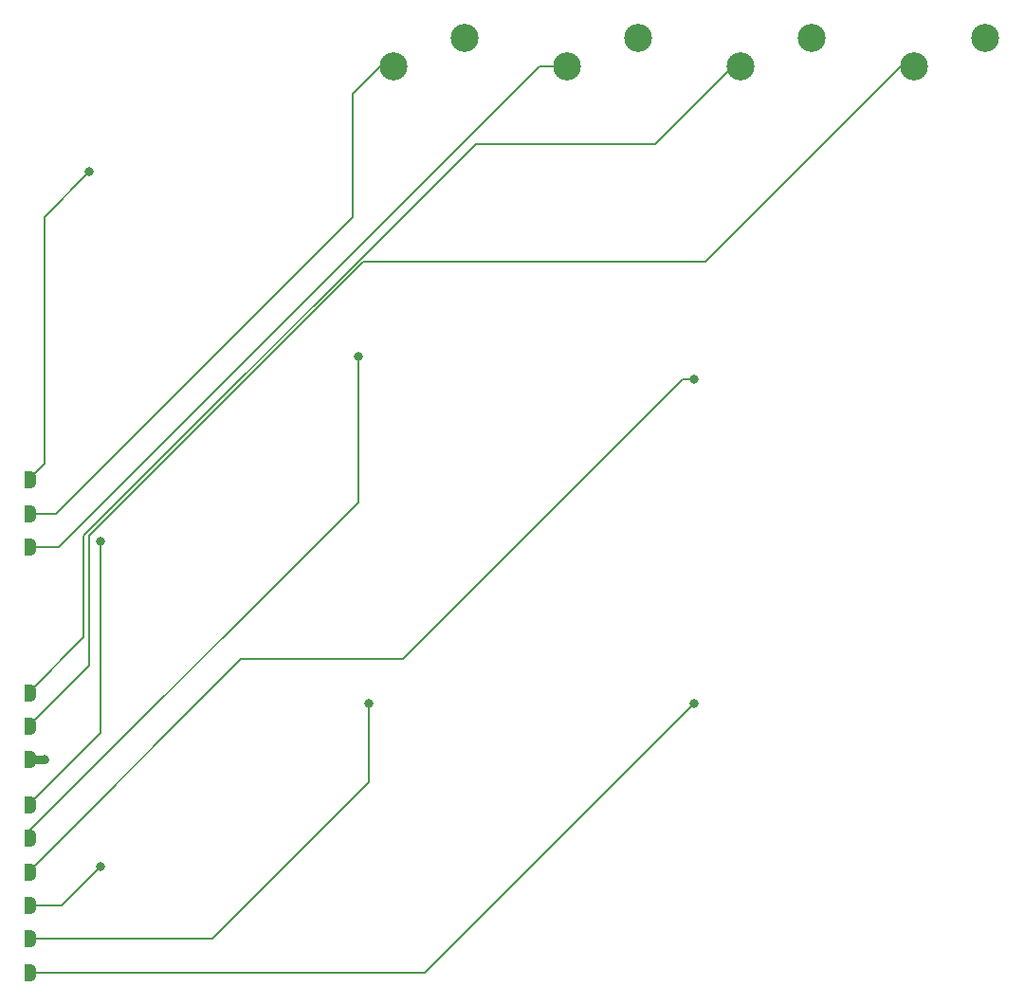
<source format=gbr>
%TF.GenerationSoftware,KiCad,Pcbnew,8.0.4*%
%TF.CreationDate,2024-07-29T15:22:08-07:00*%
%TF.ProjectId,3board_b,33626f61-7264-45f6-922e-6b696361645f,rev?*%
%TF.SameCoordinates,Original*%
%TF.FileFunction,Copper,L1,Top*%
%TF.FilePolarity,Positive*%
%FSLAX46Y46*%
G04 Gerber Fmt 4.6, Leading zero omitted, Abs format (unit mm)*
G04 Created by KiCad (PCBNEW 8.0.4) date 2024-07-29 15:22:08*
%MOMM*%
%LPD*%
G01*
G04 APERTURE LIST*
G04 Aperture macros list*
%AMFreePoly0*
4,1,19,0.000000,0.744911,0.071157,0.744911,0.207708,0.704816,0.327430,0.627875,0.420627,0.520320,0.479746,0.390866,0.500000,0.250000,0.500000,-0.250000,0.479746,-0.390866,0.420627,-0.520320,0.327430,-0.627875,0.207708,-0.704816,0.071157,-0.744911,0.000000,-0.744911,0.000000,-0.750000,-0.500000,-0.750000,-0.500000,0.750000,0.000000,0.750000,0.000000,0.744911,0.000000,0.744911,
$1*%
G04 Aperture macros list end*
%TA.AperFunction,ComponentPad*%
%ADD10C,2.500000*%
%TD*%
%TA.AperFunction,SMDPad,CuDef*%
%ADD11FreePoly0,0.000000*%
%TD*%
%TA.AperFunction,ViaPad*%
%ADD12C,0.800000*%
%TD*%
%TA.AperFunction,Conductor*%
%ADD13C,0.800000*%
%TD*%
%TA.AperFunction,Conductor*%
%ADD14C,0.150000*%
%TD*%
G04 APERTURE END LIST*
D10*
%TO.P,SW15_TOUCHPAD,1,1*%
%TO.N,/Buttons/A2*%
X181925000Y-26540000D03*
%TO.P,SW15_TOUCHPAD,2,2*%
%TO.N,GND*%
X188275000Y-24000000D03*
%TD*%
D11*
%TO.P,JP15,2,B*%
%TO.N,GND*%
X102947500Y-88500000D03*
%TD*%
%TO.P,JP18,2,B*%
%TO.N,/Buttons/R2*%
X102947500Y-107500000D03*
%TD*%
D10*
%TO.P,SW10_SHARE,1,1*%
%TO.N,/Buttons/S1*%
X150925000Y-26540000D03*
%TO.P,SW10_SHARE,2,2*%
%TO.N,GND*%
X157275000Y-24000000D03*
%TD*%
D11*
%TO.P,JP20,2,B*%
%TO.N,/Buttons/B1*%
X102947500Y-101500000D03*
%TD*%
%TO.P,JP19,2,B*%
%TO.N,/Buttons/B2*%
X102947500Y-104500000D03*
%TD*%
%TO.P,JP21,2,B*%
%TO.N,/Buttons/S2*%
X102947500Y-66500000D03*
%TD*%
%TO.P,JP26,2,B*%
%TO.N,/Buttons/R1*%
X102947500Y-98500000D03*
%TD*%
%TO.P,JP17,2,B*%
%TO.N,/Buttons/B3*%
X102947500Y-92500000D03*
%TD*%
%TO.P,JP22,2,B*%
%TO.N,/Buttons/S1*%
X102947500Y-69500000D03*
%TD*%
%TO.P,JP24,2,B*%
%TO.N,/Buttons/A2*%
X102947500Y-85500000D03*
%TD*%
D10*
%TO.P,SW14_PS,1,1*%
%TO.N,/Buttons/A1*%
X166425000Y-26540000D03*
%TO.P,SW14_PS,2,2*%
%TO.N,GND*%
X172775000Y-24000000D03*
%TD*%
D11*
%TO.P,JP27,2,B*%
%TO.N,/Buttons/B4*%
X102947500Y-95500000D03*
%TD*%
%TO.P,JP25,2,B*%
%TO.N,/Buttons/L1*%
X102947500Y-63500000D03*
%TD*%
%TO.P,JP23,2,B*%
%TO.N,/Buttons/A1*%
X102947500Y-82500000D03*
%TD*%
D10*
%TO.P,SW11_START,1,1*%
%TO.N,/Buttons/S2*%
X135425000Y-26540000D03*
%TO.P,SW11_START,2,2*%
%TO.N,GND*%
X141775000Y-24000000D03*
%TD*%
D12*
%TO.N,GND*%
X104235000Y-88500000D03*
%TO.N,/Buttons/L1*%
X108235000Y-36000000D03*
%TO.N,/Buttons/R1*%
X162235000Y-54500000D03*
%TO.N,/Buttons/B4*%
X132235000Y-52500000D03*
%TO.N,/Buttons/B3*%
X109235000Y-69000000D03*
%TO.N,/Buttons/R2*%
X162235000Y-83500000D03*
%TO.N,/Buttons/B2*%
X133235000Y-83500000D03*
%TO.N,/Buttons/B1*%
X109235000Y-98000000D03*
%TD*%
D13*
%TO.N,GND*%
X104235000Y-88500000D02*
X102947500Y-88500000D01*
D14*
%TO.N,/Buttons/S2*%
X134195000Y-26540000D02*
X135425000Y-26540000D01*
X105235000Y-66500000D02*
X131735000Y-40000000D01*
X102810000Y-66500000D02*
X105235000Y-66500000D01*
X131735000Y-29000000D02*
X134195000Y-26540000D01*
X131735000Y-40000000D02*
X131735000Y-29000000D01*
%TO.N,/Buttons/S1*%
X148453061Y-26540000D02*
X105493061Y-69500000D01*
X105493061Y-69500000D02*
X102810000Y-69500000D01*
X150925000Y-26540000D02*
X148453061Y-26540000D01*
%TO.N,/Buttons/A1*%
X166425000Y-26540000D02*
X165195000Y-26540000D01*
X158735000Y-33500000D02*
X165695000Y-26540000D01*
X102810000Y-82500000D02*
X107735000Y-77575000D01*
X165695000Y-26540000D02*
X166425000Y-26540000D01*
X107735000Y-77575000D02*
X107735000Y-68505026D01*
X107735000Y-68505026D02*
X142740026Y-33500000D01*
X142740026Y-33500000D02*
X158735000Y-33500000D01*
%TO.N,/Buttons/A2*%
X108235000Y-80075000D02*
X102810000Y-85500000D01*
X132735000Y-44000000D02*
X108235000Y-68500000D01*
X181925000Y-26540000D02*
X180695000Y-26540000D01*
X180695000Y-26540000D02*
X163235000Y-44000000D01*
X108235000Y-68500000D02*
X108235000Y-80075000D01*
X163235000Y-44000000D02*
X132735000Y-44000000D01*
%TO.N,/Buttons/L1*%
X102810000Y-63500000D02*
X104235000Y-62075000D01*
X104235000Y-40000000D02*
X108235000Y-36000000D01*
X104235000Y-62075000D02*
X104235000Y-40000000D01*
%TO.N,/Buttons/R1*%
X121810000Y-79500000D02*
X136235000Y-79500000D01*
X161235000Y-54500000D02*
X162235000Y-54500000D01*
X136235000Y-79500000D02*
X161235000Y-54500000D01*
X102810000Y-98500000D02*
X121810000Y-79500000D01*
%TO.N,/Buttons/B4*%
X102810000Y-94925000D02*
X132235000Y-65500000D01*
X102810000Y-95500000D02*
X102810000Y-94925000D01*
X132235000Y-65500000D02*
X132235000Y-52500000D01*
%TO.N,/Buttons/B3*%
X102810000Y-92500000D02*
X109235000Y-86075000D01*
X109235000Y-86075000D02*
X109235000Y-69000000D01*
%TO.N,/Buttons/R2*%
X138235000Y-107500000D02*
X162235000Y-83500000D01*
X102810000Y-107500000D02*
X138235000Y-107500000D01*
%TO.N,/Buttons/B2*%
X119235000Y-104500000D02*
X133235000Y-90500000D01*
X102810000Y-104500000D02*
X119235000Y-104500000D01*
X133235000Y-90500000D02*
X133235000Y-83500000D01*
%TO.N,/Buttons/B1*%
X105735000Y-101500000D02*
X102810000Y-101500000D01*
X109235000Y-98000000D02*
X105735000Y-101500000D01*
%TD*%
M02*

</source>
